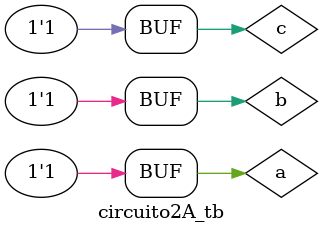
<source format=sv>
`timescale 1ps/1ps

module circuito2A_tb();
    logic a;
    logic b; 
    logic c;
    logic s1;

circuito2A test(
    .a(a),
    .b(b),
    .c(c),
    .s1(s1)
);

    initial begin
        $dumpfile  ("dump.vcd");
        $dumpvars;

        a = 1'b0; b = 1'b0; c = 1'b0; #50;

        a = 1'b0; b = 1'b0; c = 1'b1; #50;

        a = 1'b0; b = 1'b1; c = 1'b0; #50;

        a = 1'b0; b = 1'b1; c = 1'b1; #50;

        a = 1'b1; b = 1'b0; c = 1'b0; #50;

        a = 1'b1; b = 1'b0; c = 1'b1; #50;

        a = 1'b1; b = 1'b1; c = 1'b0; #50;

        a = 1'b1; b = 1'b1; c = 1'b1; #50;

    end
endmodule
</source>
